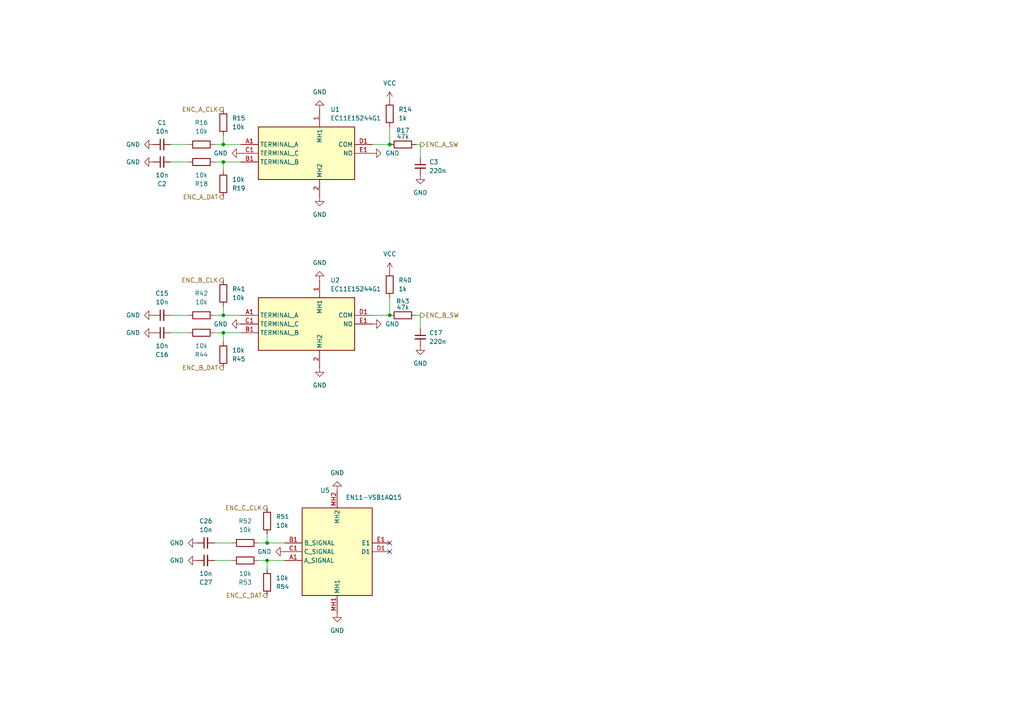
<source format=kicad_sch>
(kicad_sch (version 20250114) (generator "eeschema") (generator_version "9.0")
  (paper "A4")
  (lib_symbols
    (symbol "Device:C_Small" (pin_numbers (hide yes)) (pin_names (offset 0.254) (hide yes))
      (property "Reference" "C" (at 0.254 1.778 0))
      (property "Value" "C_Small" (at 0.254 -2.032 0))
      (symbol "C_Small_0_1"
        (polyline (pts (xy -1.524 0.508) (xy 1.524 0.508)) (stroke (width 0.3048)))
        (polyline (pts (xy -1.524 -0.508) (xy 1.524 -0.508)) (stroke (width 0.3302)))
      )
      (symbol "C_Small_1_1"
        (pin passive line (at 0 2.54 270) (length 2.032) (name "~") (number "1"))
        (pin passive line (at 0 -2.54 90) (length 2.032) (name "~") (number "2"))
      )
    )
    (symbol "Device:R" (pin_numbers (hide yes)) (pin_names (offset 0))
      (property "Reference" "R" (at 2.032 0 90))
      (property "Value" "R" (at 0 0 90))
      (symbol "R_0_1"
        (rectangle (start -1.016 -2.54) (end 1.016 2.54) (stroke (width 0.254)))
      )
      (symbol "R_1_1"
        (pin passive line (at 0 3.81 270) (length 1.27) (name "~") (number "1"))
        (pin passive line (at 0 -3.81 90) (length 1.27) (name "~") (number "2"))
      )
    )
    (symbol "SamacSys_Parts:EC11E15244G1"
      (property "Reference" "U" (at 21.59 15.24 0))
      (property "Value" "EC11E15244G1" (at 21.59 12.7 0))
      (symbol "EC11E15244G1_1_1"
        (rectangle (start 5.08 10.16) (end 20.32 -17.78) (stroke (width 0.254)) (fill (type background)))
        (pin passive line (at 0 0 0) (length 5.08) (name "MH1") (number "1"))
        (pin passive line (at 10.16 15.24 270) (length 5.08) (name "COM") (number "D1"))
        (pin passive line (at 10.16 -22.86 90) (length 5.08) (name "TERMINAL_A") (number "A1"))
        (pin passive line (at 12.7 15.24 270) (length 5.08) (name "NO") (number "E1"))
        (pin passive line (at 12.7 -22.86 90) (length 5.08) (name "TERMINAL_C") (number "C1"))
        (pin passive line (at 15.24 -22.86 90) (length 5.08) (name "TERMINAL_B") (number "B1"))
        (pin passive line (at 25.4 0 180) (length 5.08) (name "MH2") (number "2"))
      )
    )
    (symbol "SamacSys_Parts:EN11-VSB1AQ15"
      (property "Reference" "U" (at 26.67 15.24 0))
      (property "Value" "EN11-VSB1AQ15" (at 26.67 12.7 0))
      (symbol "EN11-VSB1AQ15_1_1"
        (rectangle (start 5.08 10.16) (end 25.4 -15.24) (stroke (width 0.254)) (fill (type background)))
        (pin passive line (at 0 0 0) (length 5.08) (name "E1") (number "E1"))
        (pin passive line (at 0 -2.54 0) (length 5.08) (name "D1") (number "D1"))
        (pin passive line (at 15.24 15.24 270) (length 5.08) (name "MH2") (number "MH2"))
        (pin passive line (at 15.24 -20.32 90) (length 5.08) (name "MH1") (number "MH1"))
        (pin passive line (at 30.48 0 180) (length 5.08) (name "B_SIGNAL") (number "B1"))
        (pin passive line (at 30.48 -2.54 180) (length 5.08) (name "C_SIGNAL") (number "C1"))
        (pin passive line (at 30.48 -5.08 180) (length 5.08) (name "A_SIGNAL") (number "A1"))
      )
    )
    (symbol "power:GND" (power) (pin_numbers (hide yes)) (pin_names (offset 0) (hide yes))
      (property "Value" "GND" (at 0 -3.81 0))
      (symbol "GND_0_1"
        (polyline (pts (xy 0 0) (xy 0 -1.27) (xy 1.27 -1.27) (xy 0 -2.54) (xy -1.27 -1.27) (xy 0 -1.27)))
      )
      (symbol "GND_1_1"
        (pin power_in line (at 0 0 270) (length 0) (name "~") (number "1"))
      )
    )
    (symbol "power:VCC" (power) (pin_numbers (hide yes)) (pin_names (offset 0) (hide yes))
      (property "Value" "VCC" (at 0 3.556 0))
      (symbol "VCC_0_1"
        (polyline (pts (xy -0.762 1.27) (xy 0 2.54)))
        (polyline (pts (xy 0 2.54) (xy 0.762 1.27)))
        (polyline (pts (xy 0 0) (xy 0 2.54)))
      )
      (symbol "VCC_1_1"
        (pin power_in line (at 0 0 90) (length 0) (name "~") (number "1"))
      )
    )
  )
  (junction (at 64.77 41.91))
  (junction (at 64.77 91.44))
  (junction (at 113.03 41.91))
  (junction (at 64.77 96.52))
  (junction (at 77.47 162.56))
  (junction (at 64.77 46.99))
  (junction (at 77.47 157.48))
  (junction (at 113.03 91.44))
  (no_connect (at 113.03 157.48))
  (no_connect (at 113.03 160.02))
  (wire (pts (xy 121.92 91.44) (xy 120.65 91.44)))
  (wire (pts (xy 64.77 99.06) (xy 64.77 96.52)))
  (wire (pts (xy 62.23 157.48) (xy 67.31 157.48)))
  (wire (pts (xy 121.92 41.91) (xy 120.65 41.91)))
  (wire (pts (xy 113.03 91.44) (xy 113.03 86.36)))
  (wire (pts (xy 62.23 96.52) (xy 64.77 96.52)))
  (wire (pts (xy 107.95 41.91) (xy 113.03 41.91)))
  (wire (pts (xy 77.47 157.48) (xy 82.55 157.48)))
  (wire (pts (xy 121.92 95.25) (xy 121.92 91.44)))
  (wire (pts (xy 49.53 91.44) (xy 54.61 91.44)))
  (wire (pts (xy 74.93 157.48) (xy 77.47 157.48)))
  (wire (pts (xy 62.23 46.99) (xy 64.77 46.99)))
  (wire (pts (xy 64.77 91.44) (xy 69.85 91.44)))
  (wire (pts (xy 62.23 41.91) (xy 64.77 41.91)))
  (wire (pts (xy 62.23 91.44) (xy 64.77 91.44)))
  (wire (pts (xy 64.77 96.52) (xy 69.85 96.52)))
  (wire (pts (xy 49.53 96.52) (xy 54.61 96.52)))
  (wire (pts (xy 64.77 46.99) (xy 69.85 46.99)))
  (wire (pts (xy 49.53 41.91) (xy 54.61 41.91)))
  (wire (pts (xy 64.77 88.9) (xy 64.77 91.44)))
  (wire (pts (xy 121.92 45.72) (xy 121.92 41.91)))
  (wire (pts (xy 77.47 154.94) (xy 77.47 157.48)))
  (wire (pts (xy 64.77 41.91) (xy 69.85 41.91)))
  (wire (pts (xy 74.93 162.56) (xy 77.47 162.56)))
  (wire (pts (xy 113.03 41.91) (xy 113.03 36.83)))
  (wire (pts (xy 77.47 165.1) (xy 77.47 162.56)))
  (wire (pts (xy 77.47 162.56) (xy 82.55 162.56)))
  (wire (pts (xy 49.53 46.99) (xy 54.61 46.99)))
  (wire (pts (xy 62.23 162.56) (xy 67.31 162.56)))
  (wire (pts (xy 107.95 91.44) (xy 113.03 91.44)))
  (wire (pts (xy 64.77 49.53) (xy 64.77 46.99)))
  (wire (pts (xy 64.77 39.37) (xy 64.77 41.91)))
  (hierarchical_label "ENC_A_DAT" (shape output) (at 64.77 57.15 180))
  (hierarchical_label "ENC_A_CLK" (shape output) (at 64.77 31.75 180))
  (hierarchical_label "ENC_B_SW" (shape output) (at 121.92 91.44 0))
  (hierarchical_label "ENC_C_CLK" (shape output) (at 77.47 147.32 180))
  (hierarchical_label "ENC_B_DAT" (shape output) (at 64.77 106.68 180))
  (hierarchical_label "ENC_C_DAT" (shape output) (at 77.47 172.72 180))
  (hierarchical_label "ENC_B_CLK" (shape output) (at 64.77 81.28 180))
  (hierarchical_label "ENC_A_SW" (shape output) (at 121.92 41.91 0))
  (symbol (lib_id "power:GND") (at 107.95 93.98 90) (mirror x) (unit 1)
    (property "Reference" "#PWR058" (effects (hide yes)))
    (property "Value" "GND" (at 111.76 93.9799 90) (effects (justify right)))
    (property "Description" "Power symbol creates a global label with name \"GND\" , ground" (effects (hide yes)))
  )
  (symbol (lib_id "Device:C_Small") (at 121.92 48.26 0) (unit 1)
    (property "Reference" "C3" (at 124.46 46.9962 0) (effects (justify left)))
    (property "Value" "220n" (at 124.46 49.5362 0) (effects (justify left)))
    (property "Footprint" "Capacitor_SMD:C_0603_1608Metric" (effects (hide yes)))
    (property "Description" "Unpolarized capacitor, small symbol" (effects (hide yes)))
  )
  (symbol (lib_id "power:GND") (at 92.71 81.28 0) (mirror x) (unit 1)
    (property "Reference" "#PWR043" (effects (hide yes)))
    (property "Value" "GND" (at 92.71 76.2 0))
    (property "Description" "Power symbol creates a global label with name \"GND\" , ground" (effects (hide yes)))
  )
  (symbol (lib_id "Device:R") (at 58.42 46.99 270) (mirror x) (unit 1)
    (property "Reference" "R18" (at 58.42 53.34 90))
    (property "Value" "10k" (at 58.42 50.8 90))
    (property "Footprint" "Resistor_SMD:R_0603_1608Metric" (effects (hide yes)))
    (property "Description" "Resistor" (effects (hide yes)))
  )
  (symbol (lib_id "Device:R") (at 64.77 102.87 0) (mirror y) (unit 1)
    (property "Reference" "R45" (at 67.31 104.1401 0) (effects (justify right)))
    (property "Value" "10k" (at 67.31 101.6001 0) (effects (justify right)))
    (property "Footprint" "Resistor_SMD:R_0603_1608Metric" (effects (hide yes)))
    (property "Description" "Resistor" (effects (hide yes)))
  )
  (symbol (lib_id "Device:R") (at 58.42 91.44 270) (unit 1)
    (property "Reference" "R42" (at 58.42 85.09 90))
    (property "Value" "10k" (at 58.42 87.63 90))
    (property "Footprint" "Resistor_SMD:R_0603_1608Metric" (effects (hide yes)))
    (property "Description" "Resistor" (effects (hide yes)))
  )
  (symbol (lib_id "Device:R") (at 77.47 168.91 0) (mirror y) (unit 1)
    (property "Reference" "R54" (at 80.01 170.1801 0) (effects (justify right)))
    (property "Value" "10k" (at 80.01 167.6401 0) (effects (justify right)))
    (property "Footprint" "Resistor_SMD:R_0603_1608Metric" (effects (hide yes)))
    (property "Description" "Resistor" (effects (hide yes)))
  )
  (symbol (lib_id "power:GND") (at 69.85 44.45 270) (unit 1)
    (property "Reference" "#PWR017" (effects (hide yes)))
    (property "Value" "GND" (at 66.04 44.4499 90) (effects (justify right)))
    (property "Description" "Power symbol creates a global label with name \"GND\" , ground" (effects (hide yes)))
  )
  (symbol (lib_id "power:GND") (at 44.45 91.44 270) (unit 1)
    (property "Reference" "#PWR056" (effects (hide yes)))
    (property "Value" "GND" (at 40.64 91.4399 90) (effects (justify right)))
    (property "Description" "Power symbol creates a global label with name \"GND\" , ground" (effects (hide yes)))
  )
  (symbol (lib_id "power:GND") (at 92.71 106.68 0) (mirror y) (unit 1)
    (property "Reference" "#PWR066" (effects (hide yes)))
    (property "Value" "GND" (at 92.71 111.76 0))
    (property "Description" "Power symbol creates a global label with name \"GND\" , ground" (effects (hide yes)))
  )
  (symbol (lib_id "Device:R") (at 113.03 33.02 0) (unit 1)
    (property "Reference" "R14" (at 115.57 31.7499 0) (effects (justify left)))
    (property "Value" "1k" (at 115.57 34.2899 0) (effects (justify left)))
    (property "Footprint" "Resistor_SMD:R_0603_1608Metric" (effects (hide yes)))
    (property "Description" "Resistor" (effects (hide yes)))
  )
  (symbol (lib_id "power:GND") (at 57.15 157.48 270) (unit 1)
    (property "Reference" "#PWR084" (effects (hide yes)))
    (property "Value" "GND" (at 53.34 157.4799 90) (effects (justify right)))
    (property "Description" "Power symbol creates a global label with name \"GND\" , ground" (effects (hide yes)))
  )
  (symbol (lib_id "Device:C_Small") (at 59.69 162.56 90) (mirror x) (unit 1)
    (property "Reference" "C27" (at 59.6963 168.91 90))
    (property "Value" "10n" (at 59.6963 166.37 90))
    (property "Footprint" "Capacitor_SMD:C_0603_1608Metric" (effects (hide yes)))
    (property "Description" "Unpolarized capacitor, small symbol" (effects (hide yes)))
  )
  (symbol (lib_id "Device:R") (at 58.42 41.91 270) (unit 1)
    (property "Reference" "R16" (at 58.42 35.56 90))
    (property "Value" "10k" (at 58.42 38.1 90))
    (property "Footprint" "Resistor_SMD:R_0603_1608Metric" (effects (hide yes)))
    (property "Description" "Resistor" (effects (hide yes)))
  )
  (symbol (lib_id "Device:C_Small") (at 46.99 41.91 90) (unit 1)
    (property "Reference" "C1" (at 46.9963 35.56 90))
    (property "Value" "10n" (at 46.9963 38.1 90))
    (property "Footprint" "Capacitor_SMD:C_0603_1608Metric" (effects (hide yes)))
    (property "Description" "Unpolarized capacitor, small symbol" (effects (hide yes)))
  )
  (symbol (lib_id "power:VCC") (at 113.03 29.21 0) (unit 1)
    (property "Reference" "#PWR01" (effects (hide yes)))
    (property "Value" "VCC" (at 113.03 24.13 0))
    (property "Description" "Power symbol creates a global label with name \"VCC\"" (effects (hide yes)))
  )
  (symbol (lib_id "Device:R") (at 71.12 157.48 270) (unit 1)
    (property "Reference" "R52" (at 71.12 151.13 90))
    (property "Value" "10k" (at 71.12 153.67 90))
    (property "Footprint" "Resistor_SMD:R_0603_1608Metric" (effects (hide yes)))
    (property "Description" "Resistor" (effects (hide yes)))
  )
  (symbol (lib_id "Device:R") (at 64.77 53.34 0) (mirror y) (unit 1)
    (property "Reference" "R19" (at 67.31 54.6101 0) (effects (justify right)))
    (property "Value" "10k" (at 67.31 52.0701 0) (effects (justify right)))
    (property "Footprint" "Resistor_SMD:R_0603_1608Metric" (effects (hide yes)))
    (property "Description" "Resistor" (effects (hide yes)))
  )
  (symbol (lib_id "Device:R") (at 116.84 41.91 90) (unit 1)
    (property "Reference" "R17" (at 116.84 37.846 90))
    (property "Value" "47k" (at 116.84 39.624 90))
    (property "Footprint" "Resistor_SMD:R_0603_1608Metric" (effects (hide yes)))
    (property "Description" "Resistor" (effects (hide yes)))
  )
  (symbol (lib_id "Device:R") (at 71.12 162.56 270) (mirror x) (unit 1)
    (property "Reference" "R53" (at 71.12 168.91 90))
    (property "Value" "10k" (at 71.12 166.37 90))
    (property "Footprint" "Resistor_SMD:R_0603_1608Metric" (effects (hide yes)))
    (property "Description" "Resistor" (effects (hide yes)))
  )
  (symbol (lib_id "power:GND") (at 97.79 177.8 0) (mirror y) (unit 1)
    (property "Reference" "#PWR088" (effects (hide yes)))
    (property "Value" "GND" (at 97.79 182.88 0))
    (property "Description" "Power symbol creates a global label with name \"GND\" , ground" (effects (hide yes)))
  )
  (symbol (lib_id "power:GND") (at 97.79 142.24 0) (mirror x) (unit 1)
    (property "Reference" "#PWR078" (effects (hide yes)))
    (property "Value" "GND" (at 97.79 137.16 0))
    (property "Description" "Power symbol creates a global label with name \"GND\" , ground" (effects (hide yes)))
  )
  (symbol (lib_id "power:GND") (at 44.45 96.52 270) (mirror x) (unit 1)
    (property "Reference" "#PWR059" (effects (hide yes)))
    (property "Value" "GND" (at 40.64 96.5201 90) (effects (justify right)))
    (property "Description" "Power symbol creates a global label with name \"GND\" , ground" (effects (hide yes)))
  )
  (symbol (lib_id "SamacSys_Parts:EC11E15244G1") (at 92.71 31.75 270) (unit 1)
    (property "Reference" "U1" (at 95.8281 31.75 90) (effects (justify left)))
    (property "Value" "EC11E15244G1" (at 95.8281 34.29 90) (effects (justify left)))
    (property "Footprint" "SamacSys_Parts:EC11E15244G1" (effects (hide yes)))
    (property "Datasheet" "https://tech.alpsalpine.com/e/products/detail/EC11E15244G1/" (effects (hide yes)))
    (property "Description" "Alps 15 Pulse Incremental Mechanical Rotary Encoder with a 6 mm Flat Shaft (Not Indexed), Through Hole" (effects (hide yes)))
    (property "Height" "24.5" (effects (hide yes)))
    (property "Manufacturer_Name" "ALPS Electric" (effects (hide yes)))
    (property "Manufacturer_Part_Number" "EC11E15244G1" (effects (hide yes)))
    (property "Mouser Part Number" "688-EC11E15244G1" (effects (hide yes)))
    (property "Mouser Price/Stock" "https://www.mouser.co.uk/ProductDetail/Alps-Alpine/EC11E15244G1?qs=YMSFtX0bdJDiV4LBO61anw%3D%3D" (effects (hide yes)))
  )
  (symbol (lib_id "SamacSys_Parts:EC11E15244G1") (at 92.71 81.28 270) (unit 1)
    (property "Reference" "U2" (at 95.8281 81.28 90) (effects (justify left)))
    (property "Value" "EC11E15244G1" (at 95.8281 83.82 90) (effects (justify left)))
    (property "Footprint" "SamacSys_Parts:EC11E15244G1" (effects (hide yes)))
    (property "Datasheet" "https://tech.alpsalpine.com/e/products/detail/EC11E15244G1/" (effects (hide yes)))
    (property "Description" "Alps 15 Pulse Incremental Mechanical Rotary Encoder with a 6 mm Flat Shaft (Not Indexed), Through Hole" (effects (hide yes)))
    (property "Height" "24.5" (effects (hide yes)))
    (property "Manufacturer_Name" "ALPS Electric" (effects (hide yes)))
    (property "Manufacturer_Part_Number" "EC11E15244G1" (effects (hide yes)))
    (property "Mouser Part Number" "688-EC11E15244G1" (effects (hide yes)))
    (property "Mouser Price/Stock" "https://www.mouser.co.uk/ProductDetail/Alps-Alpine/EC11E15244G1?qs=YMSFtX0bdJDiV4LBO61anw%3D%3D" (effects (hide yes)))
  )
  (symbol (lib_id "power:GND") (at 92.71 57.15 0) (mirror y) (unit 1)
    (property "Reference" "#PWR021" (effects (hide yes)))
    (property "Value" "GND" (at 92.71 62.23 0))
    (property "Description" "Power symbol creates a global label with name \"GND\" , ground" (effects (hide yes)))
  )
  (symbol (lib_id "Device:R") (at 58.42 96.52 270) (mirror x) (unit 1)
    (property "Reference" "R44" (at 58.42 102.87 90))
    (property "Value" "10k" (at 58.42 100.33 90))
    (property "Footprint" "Resistor_SMD:R_0603_1608Metric" (effects (hide yes)))
    (property "Description" "Resistor" (effects (hide yes)))
  )
  (symbol (lib_id "Device:C_Small") (at 46.99 96.52 90) (mirror x) (unit 1)
    (property "Reference" "C16" (at 46.9963 102.87 90))
    (property "Value" "10n" (at 46.9963 100.33 90))
    (property "Footprint" "Capacitor_SMD:C_0603_1608Metric" (effects (hide yes)))
    (property "Description" "Unpolarized capacitor, small symbol" (effects (hide yes)))
  )
  (symbol (lib_id "power:GND") (at 121.92 50.8 0) (unit 1)
    (property "Reference" "#PWR020" (effects (hide yes)))
    (property "Value" "GND" (at 121.92 55.88 0))
    (property "Description" "Power symbol creates a global label with name \"GND\" , ground" (effects (hide yes)))
  )
  (symbol (lib_id "Device:R") (at 77.47 151.13 180) (unit 1)
    (property "Reference" "R51" (at 80.01 149.8599 0) (effects (justify right)))
    (property "Value" "10k" (at 80.01 152.3999 0) (effects (justify right)))
    (property "Footprint" "Resistor_SMD:R_0603_1608Metric" (effects (hide yes)))
    (property "Description" "Resistor" (effects (hide yes)))
  )
  (symbol (lib_id "power:GND") (at 92.71 31.75 0) (mirror x) (unit 1)
    (property "Reference" "#PWR02" (effects (hide yes)))
    (property "Value" "GND" (at 92.71 26.67 0))
    (property "Description" "Power symbol creates a global label with name \"GND\" , ground" (effects (hide yes)))
  )
  (symbol (lib_id "power:VCC") (at 113.03 78.74 0) (unit 1)
    (property "Reference" "#PWR032" (effects (hide yes)))
    (property "Value" "VCC" (at 113.03 73.66 0))
    (property "Description" "Power symbol creates a global label with name \"VCC\"" (effects (hide yes)))
  )
  (symbol (lib_id "power:GND") (at 57.15 162.56 270) (mirror x) (unit 1)
    (property "Reference" "#PWR087" (effects (hide yes)))
    (property "Value" "GND" (at 53.34 162.5601 90) (effects (justify right)))
    (property "Description" "Power symbol creates a global label with name \"GND\" , ground" (effects (hide yes)))
  )
  (symbol (lib_id "power:GND") (at 69.85 93.98 270) (unit 1)
    (property "Reference" "#PWR057" (effects (hide yes)))
    (property "Value" "GND" (at 66.04 93.9799 90) (effects (justify right)))
    (property "Description" "Power symbol creates a global label with name \"GND\" , ground" (effects (hide yes)))
  )
  (symbol (lib_id "power:GND") (at 121.92 100.33 0) (unit 1)
    (property "Reference" "#PWR062" (effects (hide yes)))
    (property "Value" "GND" (at 121.92 105.41 0))
    (property "Description" "Power symbol creates a global label with name \"GND\" , ground" (effects (hide yes)))
  )
  (symbol (lib_id "Device:C_Small") (at 59.69 157.48 90) (unit 1)
    (property "Reference" "C26" (at 59.6963 151.13 90))
    (property "Value" "10n" (at 59.6963 153.67 90))
    (property "Footprint" "Capacitor_SMD:C_0603_1608Metric" (effects (hide yes)))
    (property "Description" "Unpolarized capacitor, small symbol" (effects (hide yes)))
  )
  (symbol (lib_id "power:GND") (at 107.95 44.45 90) (mirror x) (unit 1)
    (property "Reference" "#PWR018" (effects (hide yes)))
    (property "Value" "GND" (at 111.76 44.4499 90) (effects (justify right)))
    (property "Description" "Power symbol creates a global label with name \"GND\" , ground" (effects (hide yes)))
  )
  (symbol (lib_id "power:GND") (at 44.45 46.99 270) (mirror x) (unit 1)
    (property "Reference" "#PWR019" (effects (hide yes)))
    (property "Value" "GND" (at 40.64 46.9901 90) (effects (justify right)))
    (property "Description" "Power symbol creates a global label with name \"GND\" , ground" (effects (hide yes)))
  )
  (symbol (lib_id "Device:R") (at 116.84 91.44 90) (unit 1)
    (property "Reference" "R43" (at 116.84 87.376 90))
    (property "Value" "47k" (at 116.84 89.154 90))
    (property "Footprint" "Resistor_SMD:R_0603_1608Metric" (effects (hide yes)))
    (property "Description" "Resistor" (effects (hide yes)))
  )
  (symbol (lib_id "Device:C_Small") (at 46.99 46.99 90) (mirror x) (unit 1)
    (property "Reference" "C2" (at 46.9963 53.34 90))
    (property "Value" "10n" (at 46.9963 50.8 90))
    (property "Footprint" "Capacitor_SMD:C_0603_1608Metric" (effects (hide yes)))
    (property "Description" "Unpolarized capacitor, small symbol" (effects (hide yes)))
  )
  (symbol (lib_id "Device:C_Small") (at 46.99 91.44 90) (unit 1)
    (property "Reference" "C15" (at 46.9963 85.09 90))
    (property "Value" "10n" (at 46.9963 87.63 90))
    (property "Footprint" "Capacitor_SMD:C_0603_1608Metric" (effects (hide yes)))
    (property "Description" "Unpolarized capacitor, small symbol" (effects (hide yes)))
  )
  (symbol (lib_id "Device:R") (at 64.77 35.56 180) (unit 1)
    (property "Reference" "R15" (at 67.31 34.2899 0) (effects (justify right)))
    (property "Value" "10k" (at 67.31 36.8299 0) (effects (justify right)))
    (property "Footprint" "Resistor_SMD:R_0603_1608Metric" (effects (hide yes)))
    (property "Description" "Resistor" (effects (hide yes)))
  )
  (symbol (lib_id "Device:R") (at 64.77 85.09 180) (unit 1)
    (property "Reference" "R41" (at 67.31 83.8199 0) (effects (justify right)))
    (property "Value" "10k" (at 67.31 86.3599 0) (effects (justify right)))
    (property "Footprint" "Resistor_SMD:R_0603_1608Metric" (effects (hide yes)))
    (property "Description" "Resistor" (effects (hide yes)))
  )
  (symbol (lib_id "SamacSys_Parts:EN11-VSB1AQ15") (at 113.03 157.48 0) (mirror y) (unit 1)
    (property "Reference" "U5" (at 95.6467 142.24 0) (effects (justify left)))
    (property "Value" "EN11-VSB1AQ15" (at 116.586 144.272 0) (effects (justify left)))
    (property "Footprint" "SamacSys_Parts:EN11VSB1AQ15" (effects (hide yes)))
    (property "Datasheet" "https://www.ttelectronics.com/TTElectronics/media/ProductFiles/Datasheet/EN11.pdf" (effects (hide yes)))
    (property "Description" "Rotary Encoder Mechanical 20 Quadrature (Incremental) Right Angle 5V,3 Ohms, max,10mA,-10C to +70C" (effects (hide yes)))
    (property "Height" "13.75" (effects (hide yes)))
    (property "Manufacturer_Name" "TT Electronics" (effects (hide yes)))
    (property "Manufacturer_Part_Number" "EN11-VSB1AQ15" (effects (hide yes)))
    (property "Mouser Part Number" "858-EN11-VSB1AQ15" (effects (hide yes)))
    (property "Arrow Part Number" "EN11-VSB1AQ15" (effects (hide yes)))
    (property "Arrow Price/Stock" "https://www.arrow.com/en/products/en11-vsb1aq15/bi-technologies" (effects (hide yes)))
  )
  (symbol (lib_id "Device:R") (at 113.03 82.55 0) (unit 1)
    (property "Reference" "R40" (at 115.57 81.2799 0) (effects (justify left)))
    (property "Value" "1k" (at 115.57 83.8199 0) (effects (justify left)))
    (property "Footprint" "Resistor_SMD:R_0603_1608Metric" (effects (hide yes)))
    (property "Description" "Resistor" (effects (hide yes)))
  )
  (symbol (lib_id "power:GND") (at 82.55 160.02 270) (unit 1)
    (property "Reference" "#PWR085" (effects (hide yes)))
    (property "Value" "GND" (at 78.74 160.0199 90) (effects (justify right)))
    (property "Description" "Power symbol creates a global label with name \"GND\" , ground" (effects (hide yes)))
  )
  (symbol (lib_id "power:GND") (at 44.45 41.91 270) (unit 1)
    (property "Reference" "#PWR03" (effects (hide yes)))
    (property "Value" "GND" (at 40.64 41.9099 90) (effects (justify right)))
    (property "Description" "Power symbol creates a global label with name \"GND\" , ground" (effects (hide yes)))
  )
  (symbol (lib_id "Device:C_Small") (at 121.92 97.79 0) (unit 1)
    (property "Reference" "C17" (at 124.46 96.5262 0) (effects (justify left)))
    (property "Value" "220n" (at 124.46 99.0662 0) (effects (justify left)))
    (property "Footprint" "Capacitor_SMD:C_0603_1608Metric" (effects (hide yes)))
    (property "Description" "Unpolarized capacitor, small symbol" (effects (hide yes)))
  )
)
</source>
